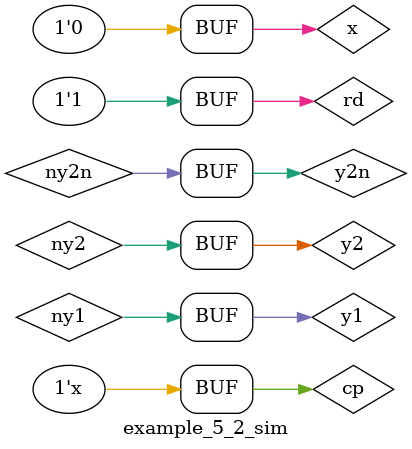
<source format=v>

`timescale 1ns / 1ps	

module example_5_2_sim();

    reg cp, x;
    wire ny2, ny1;
    wire z;

    reg rd;
    wire ny2n, ny1n;
    reg y2, y1;
    reg y2n, y1n;
                               
    example_5_2 U(.cp(cp), .x(x), .rd(rd), .y2(y2), .y2n(y2n), .y1(y1), .y1n(y1n), .ny2(ny2), .ny2n(ny2n), .ny1(ny1), .ny1n(ny1n), .z(z));

    initial begin
         #0
         cp=0;
         rd=0;
         x=0;

         #5
         rd=1;

         #20     
         x=1;

         #20
         x=0;

         #20 
         x=1;

         #20 
         x=1;

         #20 
         x=0;

         #20 
         x=1;

         #20 
         x=0;

         #20 
         x=0;
    end
    
    always #10 cp <= ~cp;

    always #20 begin y2 <= ny2; y2n <= ny2n; y1 <= ny1; y1n <= ny1n; end

endmodule
</source>
